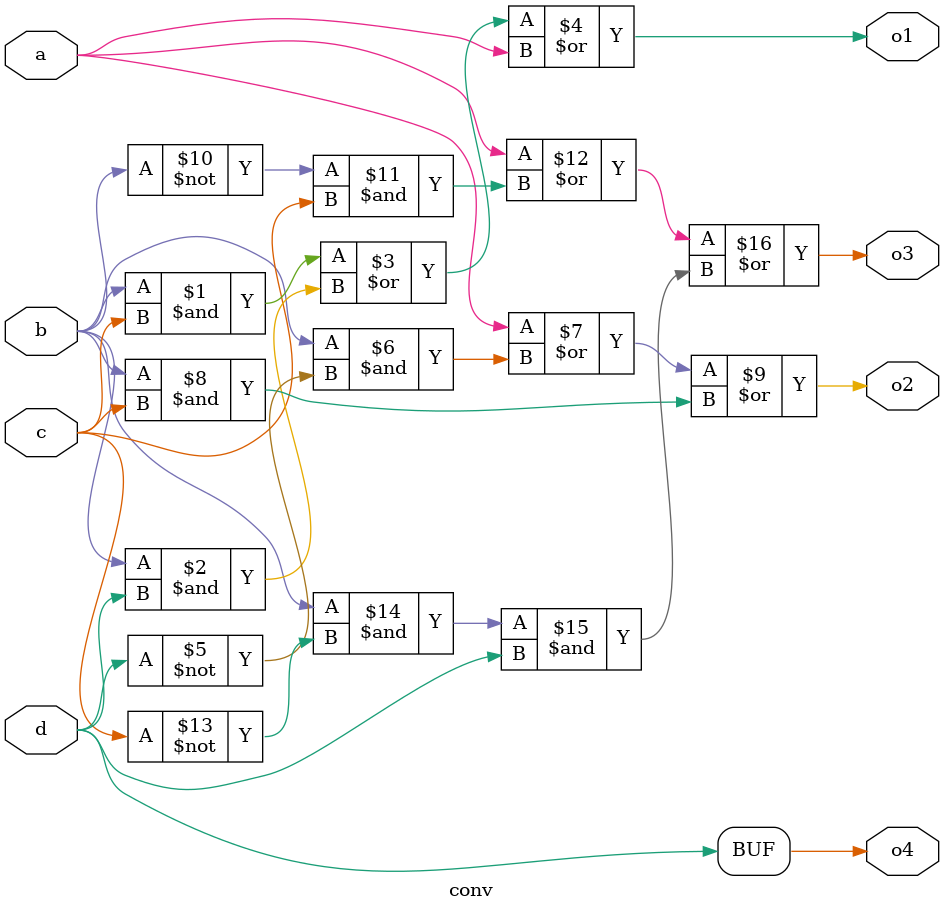
<source format=v>
`timescale 1ns / 1ps

module conv(a, b, c, d, o1, o2, o3, o4);
    input a, b, c, d;
    output o1, o2, o3, o4;

    assign o1 = (b&c)|(b&d)|a;
    assign o2 = a|(b&~d)|(b&c);
    assign o3 = a|(~b&c)|(b&~c&d);
    assign o4 = d;

endmodule

</source>
